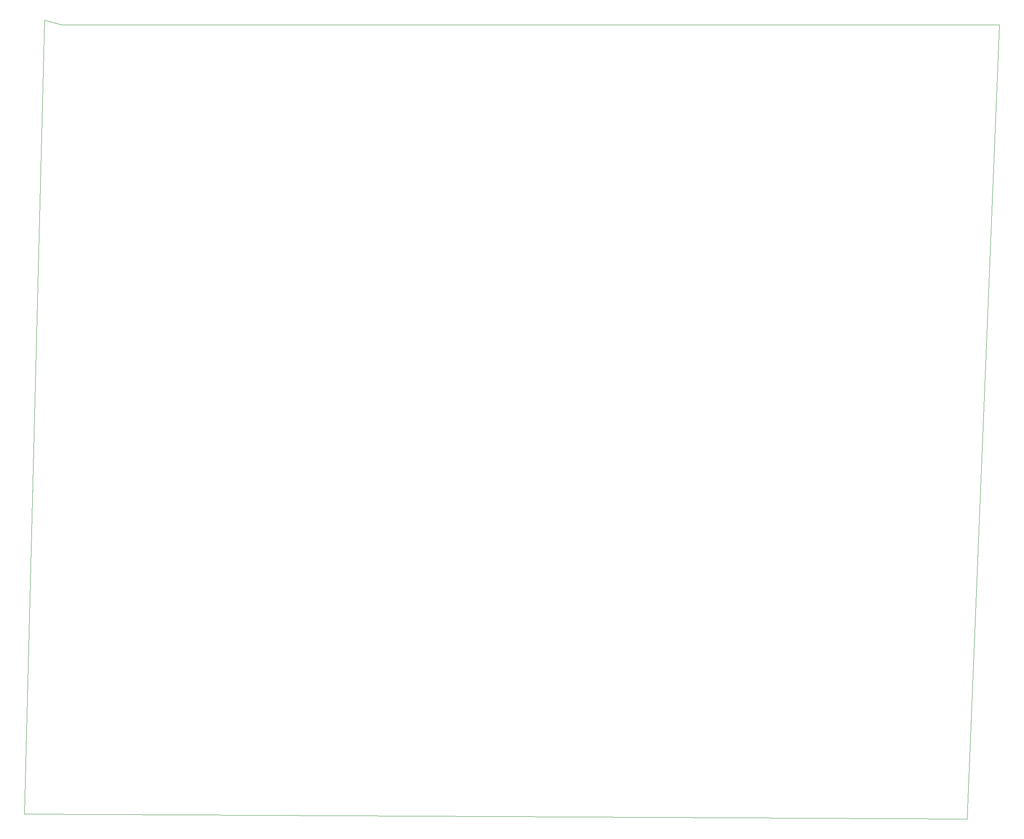
<source format=gbr>
%TF.GenerationSoftware,KiCad,Pcbnew,9.0.2*%
%TF.CreationDate,2025-05-15T00:42:05-04:00*%
%TF.ProjectId,ProjectScematic_PCBv2,50726f6a-6563-4745-9363-656d61746963,rev?*%
%TF.SameCoordinates,Original*%
%TF.FileFunction,Profile,NP*%
%FSLAX46Y46*%
G04 Gerber Fmt 4.6, Leading zero omitted, Abs format (unit mm)*
G04 Created by KiCad (PCBNEW 9.0.2) date 2025-05-15 00:42:05*
%MOMM*%
%LPD*%
G01*
G04 APERTURE LIST*
%TA.AperFunction,Profile*%
%ADD10C,0.050000*%
%TD*%
G04 APERTURE END LIST*
D10*
X23500000Y-14000000D02*
X27000000Y-15000000D01*
X19500000Y-174500000D02*
X23500000Y-14000000D01*
X210000000Y-175500000D02*
X19500000Y-174500000D01*
X216500000Y-15000000D02*
X210000000Y-175500000D01*
X27000000Y-15000000D02*
X216500000Y-15000000D01*
M02*

</source>
